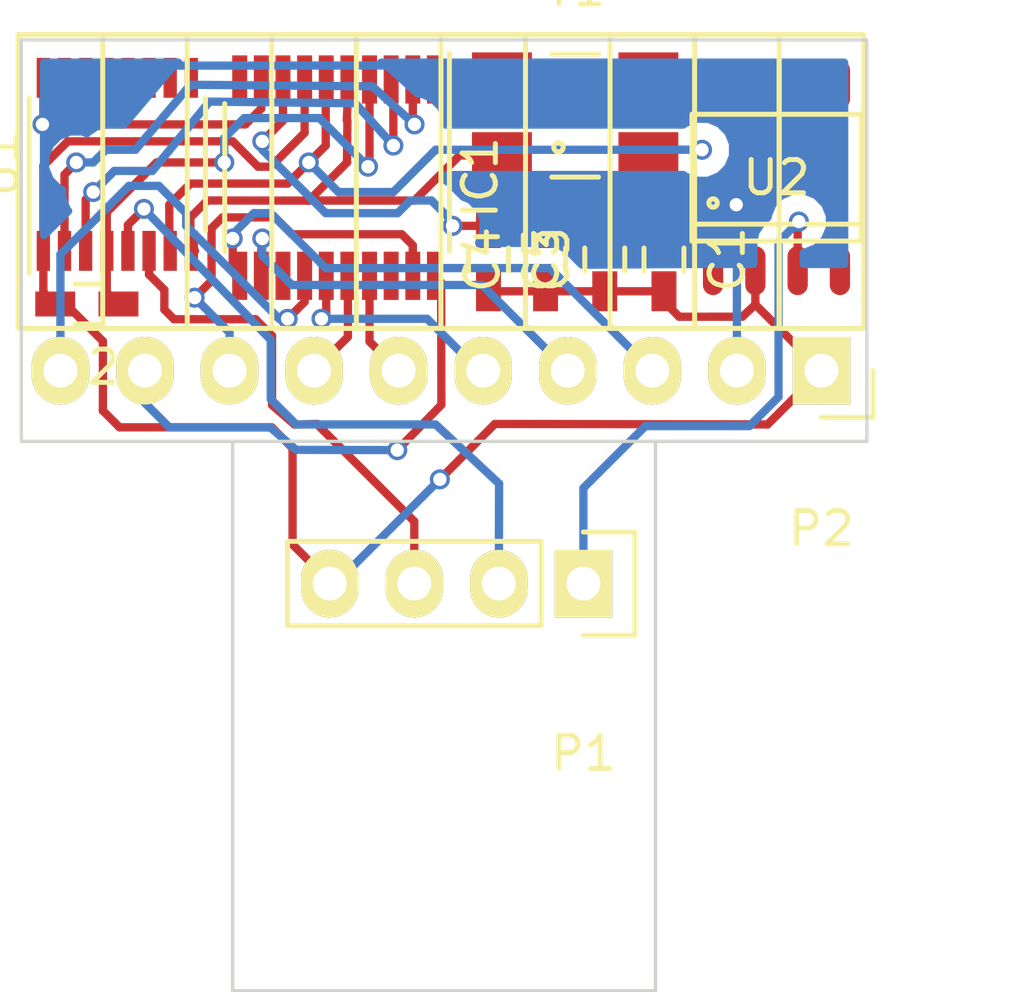
<source format=kicad_pcb>
(kicad_pcb (version 4) (host pcbnew "(2015-04-09 BZR 5589)-product")

  (general
    (links 35)
    (no_connects 0)
    (area 130.825 96.3983 162.984524 127.685001)
    (thickness 1.6)
    (drawings 7)
    (tracks 266)
    (zones 0)
    (modules 11)
    (nets 31)
  )

  (page A4)
  (layers
    (0 F.Cu signal)
    (31 B.Cu signal)
    (32 B.Adhes user)
    (33 F.Adhes user)
    (34 B.Paste user)
    (35 F.Paste user)
    (36 B.SilkS user)
    (37 F.SilkS user hide)
    (38 B.Mask user)
    (39 F.Mask user)
    (40 Dwgs.User user)
    (41 Cmts.User user)
    (42 Eco1.User user)
    (43 Eco2.User user)
    (44 Edge.Cuts user)
    (45 Margin user)
    (46 B.CrtYd user)
    (47 F.CrtYd user)
    (48 B.Fab user)
    (49 F.Fab user)
  )

  (setup
    (last_trace_width 0.25)
    (trace_clearance 0.2)
    (zone_clearance 0.508)
    (zone_45_only no)
    (trace_min 0.2)
    (segment_width 0.2)
    (edge_width 0.1)
    (via_size 0.6)
    (via_drill 0.4)
    (via_min_size 0.4)
    (via_min_drill 0.3)
    (uvia_size 0.3)
    (uvia_drill 0.1)
    (uvias_allowed no)
    (uvia_min_size 0.2)
    (uvia_min_drill 0.1)
    (pcb_text_width 0.3)
    (pcb_text_size 1.5 1.5)
    (mod_edge_width 0.15)
    (mod_text_size 1 1)
    (mod_text_width 0.15)
    (pad_size 1.5 1.5)
    (pad_drill 0.6)
    (pad_to_mask_clearance 0)
    (aux_axis_origin 0 0)
    (visible_elements FFFFEF1F)
    (pcbplotparams
      (layerselection 0x00030_80000001)
      (usegerberextensions false)
      (excludeedgelayer true)
      (linewidth 0.100000)
      (plotframeref false)
      (viasonmask false)
      (mode 1)
      (useauxorigin false)
      (hpglpennumber 1)
      (hpglpenspeed 20)
      (hpglpendiameter 15)
      (hpglpenoverlay 2)
      (psnegative false)
      (psa4output false)
      (plotreference true)
      (plotvalue true)
      (plotinvisibletext false)
      (padsonsilk false)
      (subtractmaskfromsilk false)
      (outputformat 5)
      (mirror false)
      (drillshape 0)
      (scaleselection 1)
      (outputdirectory plot/))
  )

  (net 0 "")
  (net 1 GND)
  (net 2 "Net-(C2-Pad1)")
  (net 3 "Net-(C3-Pad1)")
  (net 4 XO)
  (net 5 XI)
  (net 6 "Net-(IC1-Pad1)")
  (net 7 USB_TX)
  (net 8 USB_RX)
  (net 9 VCC)
  (net 10 "Net-(IC1-Pad10)")
  (net 11 SDA)
  (net 12 SCL)
  (net 13 "Net-(IC1-Pad13)")
  (net 14 SCK)
  (net 15 MOSI)
  (net 16 MISO)
  (net 17 G3)
  (net 18 TXD)
  (net 19 RXD)
  (net 20 D+)
  (net 21 D-)
  (net 22 "Net-(U1-Pad9)")
  (net 23 "Net-(U1-Pad10)")
  (net 24 "Net-(U1-Pad11)")
  (net 25 "Net-(U1-Pad12)")
  (net 26 "Net-(U1-Pad13)")
  (net 27 "Net-(U1-Pad14)")
  (net 28 "Net-(U1-Pad15)")
  (net 29 +5V)
  (net 30 "Net-(IC1-Pad18)")

  (net_class Default "This is the default net class."
    (clearance 0.2)
    (trace_width 0.25)
    (via_dia 0.6)
    (via_drill 0.4)
    (uvia_dia 0.3)
    (uvia_drill 0.1)
    (add_net +5V)
    (add_net D+)
    (add_net D-)
    (add_net G3)
    (add_net GND)
    (add_net MISO)
    (add_net MOSI)
    (add_net "Net-(C2-Pad1)")
    (add_net "Net-(C3-Pad1)")
    (add_net "Net-(IC1-Pad1)")
    (add_net "Net-(IC1-Pad10)")
    (add_net "Net-(IC1-Pad13)")
    (add_net "Net-(IC1-Pad18)")
    (add_net "Net-(U1-Pad10)")
    (add_net "Net-(U1-Pad11)")
    (add_net "Net-(U1-Pad12)")
    (add_net "Net-(U1-Pad13)")
    (add_net "Net-(U1-Pad14)")
    (add_net "Net-(U1-Pad15)")
    (add_net "Net-(U1-Pad9)")
    (add_net RXD)
    (add_net SCK)
    (add_net SCL)
    (add_net SDA)
    (add_net TXD)
    (add_net USB_RX)
    (add_net USB_TX)
    (add_net VCC)
    (add_net XI)
    (add_net XO)
  )

  (module Housings_SSOP:TSSOP-20_4.4x6.5mm_Pitch0.65mm (layer F.Cu) (tedit 54130A77) (tstamp 557FC695)
    (at 142.2 103.2 270)
    (descr "20-Lead Plastic Thin Shrink Small Outline (ST)-4.4 mm Body [TSSOP] (see Microchip Packaging Specification 00000049BS.pdf)")
    (tags "SSOP 0.65")
    (path /557FA4E7)
    (attr smd)
    (fp_text reference IC1 (at 0 -4.3 270) (layer F.SilkS)
      (effects (font (size 1 1) (thickness 0.15)))
    )
    (fp_text value STM8S003F3P (at 0 4.3 270) (layer F.Fab)
      (effects (font (size 1 1) (thickness 0.15)))
    )
    (fp_line (start -3.95 -3.55) (end -3.95 3.55) (layer F.CrtYd) (width 0.05))
    (fp_line (start 3.95 -3.55) (end 3.95 3.55) (layer F.CrtYd) (width 0.05))
    (fp_line (start -3.95 -3.55) (end 3.95 -3.55) (layer F.CrtYd) (width 0.05))
    (fp_line (start -3.95 3.55) (end 3.95 3.55) (layer F.CrtYd) (width 0.05))
    (fp_line (start -2.225 3.375) (end 2.225 3.375) (layer F.SilkS) (width 0.15))
    (fp_line (start -3.75 -3.375) (end 2.225 -3.375) (layer F.SilkS) (width 0.15))
    (pad 1 smd rect (at -2.95 -2.925 270) (size 1.45 0.45) (layers F.Cu F.Paste F.Mask)
      (net 6 "Net-(IC1-Pad1)"))
    (pad 2 smd rect (at -2.95 -2.275 270) (size 1.45 0.45) (layers F.Cu F.Paste F.Mask)
      (net 7 USB_TX))
    (pad 3 smd rect (at -2.95 -1.625 270) (size 1.45 0.45) (layers F.Cu F.Paste F.Mask)
      (net 8 USB_RX))
    (pad 4 smd rect (at -2.95 -0.975 270) (size 1.45 0.45) (layers F.Cu F.Paste F.Mask)
      (net 2 "Net-(C2-Pad1)"))
    (pad 5 smd rect (at -2.95 -0.325 270) (size 1.45 0.45) (layers F.Cu F.Paste F.Mask)
      (net 4 XO))
    (pad 6 smd rect (at -2.95 0.325 270) (size 1.45 0.45) (layers F.Cu F.Paste F.Mask)
      (net 5 XI))
    (pad 7 smd rect (at -2.95 0.975 270) (size 1.45 0.45) (layers F.Cu F.Paste F.Mask)
      (net 1 GND))
    (pad 8 smd rect (at -2.95 1.625 270) (size 1.45 0.45) (layers F.Cu F.Paste F.Mask)
      (net 3 "Net-(C3-Pad1)"))
    (pad 9 smd rect (at -2.95 2.275 270) (size 1.45 0.45) (layers F.Cu F.Paste F.Mask)
      (net 9 VCC))
    (pad 10 smd rect (at -2.95 2.925 270) (size 1.45 0.45) (layers F.Cu F.Paste F.Mask)
      (net 10 "Net-(IC1-Pad10)"))
    (pad 11 smd rect (at 2.95 2.925 270) (size 1.45 0.45) (layers F.Cu F.Paste F.Mask)
      (net 11 SDA))
    (pad 12 smd rect (at 2.95 2.275 270) (size 1.45 0.45) (layers F.Cu F.Paste F.Mask)
      (net 12 SCL))
    (pad 13 smd rect (at 2.95 1.625 270) (size 1.45 0.45) (layers F.Cu F.Paste F.Mask)
      (net 13 "Net-(IC1-Pad13)"))
    (pad 14 smd rect (at 2.95 0.975 270) (size 1.45 0.45) (layers F.Cu F.Paste F.Mask)
      (net 17 G3))
    (pad 15 smd rect (at 2.95 0.325 270) (size 1.45 0.45) (layers F.Cu F.Paste F.Mask)
      (net 14 SCK))
    (pad 16 smd rect (at 2.95 -0.325 270) (size 1.45 0.45) (layers F.Cu F.Paste F.Mask)
      (net 15 MOSI))
    (pad 17 smd rect (at 2.95 -0.975 270) (size 1.45 0.45) (layers F.Cu F.Paste F.Mask)
      (net 16 MISO))
    (pad 18 smd rect (at 2.95 -1.625 270) (size 1.45 0.45) (layers F.Cu F.Paste F.Mask)
      (net 30 "Net-(IC1-Pad18)"))
    (pad 19 smd rect (at 2.95 -2.275 270) (size 1.45 0.45) (layers F.Cu F.Paste F.Mask)
      (net 18 TXD))
    (pad 20 smd rect (at 2.95 -2.925 270) (size 1.45 0.45) (layers F.Cu F.Paste F.Mask)
      (net 19 RXD))
    (model Housings_SSOP.3dshapes/TSSOP-20_4.4x6.5mm_Pitch0.65mm.wrl
      (at (xyz 0 0 0))
      (scale (xyz 1 1 1))
      (rotate (xyz 0 0 0))
    )
  )

  (module Housings_SSOP:SSOP-16_3.9x4.9mm_Pitch0.635mm (layer F.Cu) (tedit 54130A77) (tstamp 557FC6A9)
    (at 135.6 102.8 90)
    (descr "SSOP16: plastic shrink small outline package; 16 leads; body width 3.9 mm; lead pitch 0.635; (see NXP SSOP-TSSOP-VSO-REFLOW.pdf and sot519-1_po.pdf)")
    (tags "SSOP 0.635")
    (path /557FBDB4)
    (attr smd)
    (fp_text reference U1 (at 0 -3.5 90) (layer F.SilkS)
      (effects (font (size 1 1) (thickness 0.15)))
    )
    (fp_text value CH340G (at 0 3.5 90) (layer F.Fab)
      (effects (font (size 1 1) (thickness 0.15)))
    )
    (fp_line (start -3.45 -2.75) (end -3.45 2.75) (layer F.CrtYd) (width 0.05))
    (fp_line (start 3.45 -2.75) (end 3.45 2.75) (layer F.CrtYd) (width 0.05))
    (fp_line (start -3.45 -2.75) (end 3.45 -2.75) (layer F.CrtYd) (width 0.05))
    (fp_line (start -3.45 2.75) (end 3.45 2.75) (layer F.CrtYd) (width 0.05))
    (fp_line (start -2 2.6475) (end 2 2.6475) (layer F.SilkS) (width 0.15))
    (fp_line (start -3.275 -2.6475) (end 2 -2.6475) (layer F.SilkS) (width 0.15))
    (pad 1 smd rect (at -2.6 -2.2225 90) (size 1.2 0.4) (layers F.Cu F.Paste F.Mask)
      (net 1 GND))
    (pad 2 smd rect (at -2.6 -1.5875 90) (size 1.2 0.4) (layers F.Cu F.Paste F.Mask)
      (net 7 USB_TX))
    (pad 3 smd rect (at -2.6 -0.9525 90) (size 1.2 0.4) (layers F.Cu F.Paste F.Mask)
      (net 8 USB_RX))
    (pad 4 smd rect (at -2.6 -0.3175 90) (size 1.2 0.4) (layers F.Cu F.Paste F.Mask)
      (net 2 "Net-(C2-Pad1)"))
    (pad 5 smd rect (at -2.6 0.3175 90) (size 1.2 0.4) (layers F.Cu F.Paste F.Mask)
      (net 20 D+))
    (pad 6 smd rect (at -2.6 0.9525 90) (size 1.2 0.4) (layers F.Cu F.Paste F.Mask)
      (net 21 D-))
    (pad 7 smd rect (at -2.6 1.5875 90) (size 1.2 0.4) (layers F.Cu F.Paste F.Mask)
      (net 5 XI))
    (pad 8 smd rect (at -2.6 2.2225 90) (size 1.2 0.4) (layers F.Cu F.Paste F.Mask)
      (net 4 XO))
    (pad 9 smd rect (at 2.6 2.2225 90) (size 1.2 0.4) (layers F.Cu F.Paste F.Mask)
      (net 22 "Net-(U1-Pad9)"))
    (pad 10 smd rect (at 2.6 1.5875 90) (size 1.2 0.4) (layers F.Cu F.Paste F.Mask)
      (net 23 "Net-(U1-Pad10)"))
    (pad 11 smd rect (at 2.6 0.9525 90) (size 1.2 0.4) (layers F.Cu F.Paste F.Mask)
      (net 24 "Net-(U1-Pad11)"))
    (pad 12 smd rect (at 2.6 0.3175 90) (size 1.2 0.4) (layers F.Cu F.Paste F.Mask)
      (net 25 "Net-(U1-Pad12)"))
    (pad 13 smd rect (at 2.6 -0.3175 90) (size 1.2 0.4) (layers F.Cu F.Paste F.Mask)
      (net 26 "Net-(U1-Pad13)"))
    (pad 14 smd rect (at 2.6 -0.9525 90) (size 1.2 0.4) (layers F.Cu F.Paste F.Mask)
      (net 27 "Net-(U1-Pad14)"))
    (pad 15 smd rect (at 2.6 -1.5875 90) (size 1.2 0.4) (layers F.Cu F.Paste F.Mask)
      (net 28 "Net-(U1-Pad15)"))
    (pad 16 smd rect (at 2.6 -2.2225 90) (size 1.2 0.4) (layers F.Cu F.Paste F.Mask)
      (net 9 VCC))
    (model Housings_SSOP.3dshapes/SSOP-16_3.9x4.9mm_Pitch0.635mm.wrl
      (at (xyz 0 0 0))
      (scale (xyz 1 1 1))
      (rotate (xyz 0 0 0))
    )
  )

  (module Crystals:Crystal_SMD_0603_4Pads (layer F.Cu) (tedit 0) (tstamp 557FC6B1)
    (at 149.352 101.3333)
    (descr "Crystal, Quarz, SMD, 0603, 4 Pads,")
    (tags "Crystal, Quarz, SMD, 0603, 4 Pads,")
    (path /557FB4E7)
    (attr smd)
    (fp_text reference Y1 (at 0 -3.81) (layer F.SilkS)
      (effects (font (size 1 1) (thickness 0.15)))
    )
    (fp_text value Crystal (at 0 3.81) (layer F.Fab)
      (effects (font (size 1 1) (thickness 0.15)))
    )
    (fp_circle (center 0 0) (end 0.50038 0) (layer F.Adhes) (width 0.381))
    (fp_circle (center 0 0) (end 0.14986 0) (layer F.Adhes) (width 0.381))
    (fp_circle (center -0.50038 0.94996) (end -0.39878 1.04902) (layer F.SilkS) (width 0.15))
    (fp_line (start 0.70104 1.84912) (end -0.70104 1.84912) (layer F.SilkS) (width 0.15))
    (fp_line (start -0.70104 -1.84912) (end 0.70104 -1.84912) (layer F.SilkS) (width 0.15))
    (pad 1 smd rect (at -2.19964 1.19888) (size 1.80086 1.39954) (layers F.Cu F.Paste F.Mask)
      (net 4 XO))
    (pad 2 smd rect (at 2.19964 1.19888) (size 1.80086 1.39954) (layers F.Cu F.Paste F.Mask)
      (net 5 XI))
    (pad 3 smd rect (at 2.19964 -1.19888) (size 1.80086 1.39954) (layers F.Cu F.Paste F.Mask))
    (pad 4 smd rect (at -2.19964 -1.19888) (size 1.80086 1.39954) (layers F.Cu F.Paste F.Mask))
  )

  (module Power_Integrations:SO-8 (layer F.Cu) (tedit 0) (tstamp 557FC761)
    (at 155.4 103.2)
    (descr "SO-8 Surface Mount Small Outline 150mil 8pin Package")
    (tags "Power Integrations D Package")
    (path /557FCB91)
    (fp_text reference U2 (at 0 0) (layer F.SilkS)
      (effects (font (size 1 1) (thickness 0.15)))
    )
    (fp_text value LM2931AZ-3.3/5.0 (at 0 0) (layer F.Fab)
      (effects (font (size 1 1) (thickness 0.15)))
    )
    (fp_circle (center -1.905 0.762) (end -1.778 0.762) (layer F.SilkS) (width 0.15))
    (fp_line (start -2.54 1.397) (end 2.54 1.397) (layer F.SilkS) (width 0.15))
    (fp_line (start -2.54 -1.905) (end 2.54 -1.905) (layer F.SilkS) (width 0.15))
    (fp_line (start -2.54 1.905) (end 2.54 1.905) (layer F.SilkS) (width 0.15))
    (fp_line (start -2.54 1.905) (end -2.54 -1.905) (layer F.SilkS) (width 0.15))
    (fp_line (start 2.54 1.905) (end 2.54 -1.905) (layer F.SilkS) (width 0.15))
    (pad 1 smd oval (at -1.905 2.794) (size 0.6096 1.4732) (layers F.Cu F.Paste F.Mask)
      (net 9 VCC))
    (pad 2 smd oval (at -0.635 2.794) (size 0.6096 1.4732) (layers F.Cu F.Paste F.Mask)
      (net 1 GND))
    (pad 3 smd oval (at 0.635 2.794) (size 0.6096 1.4732) (layers F.Cu F.Paste F.Mask)
      (net 29 +5V))
    (pad 4 smd oval (at 1.905 2.794) (size 0.6096 1.4732) (layers F.Cu F.Paste F.Mask))
    (pad 5 smd oval (at 1.905 -2.794) (size 0.6096 1.4732) (layers F.Cu F.Paste F.Mask))
    (pad 6 smd oval (at 0.635 -2.794) (size 0.6096 1.4732) (layers F.Cu F.Paste F.Mask))
    (pad 7 smd oval (at -0.635 -2.794) (size 0.6096 1.4732) (layers F.Cu F.Paste F.Mask))
    (pad 8 smd oval (at -1.905 -2.794) (size 0.6096 1.4732) (layers F.Cu F.Paste F.Mask))
  )

  (module Socket_Strips:Socket_Strip_Straight_1x04 (layer F.Cu) (tedit 0) (tstamp 557FCB72)
    (at 149.6 115.4 180)
    (descr "Through hole socket strip")
    (tags "socket strip")
    (path /557FD28F)
    (fp_text reference P1 (at 0 -5.1 180) (layer F.SilkS)
      (effects (font (size 1 1) (thickness 0.15)))
    )
    (fp_text value CONN_01X04 (at 0 -3.1 180) (layer F.Fab)
      (effects (font (size 1 1) (thickness 0.15)))
    )
    (fp_line (start -1.75 -1.75) (end -1.75 1.75) (layer F.CrtYd) (width 0.05))
    (fp_line (start 9.4 -1.75) (end 9.4 1.75) (layer F.CrtYd) (width 0.05))
    (fp_line (start -1.75 -1.75) (end 9.4 -1.75) (layer F.CrtYd) (width 0.05))
    (fp_line (start -1.75 1.75) (end 9.4 1.75) (layer F.CrtYd) (width 0.05))
    (fp_line (start 1.27 -1.27) (end 8.89 -1.27) (layer F.SilkS) (width 0.15))
    (fp_line (start 1.27 1.27) (end 8.89 1.27) (layer F.SilkS) (width 0.15))
    (fp_line (start -1.55 1.55) (end 0 1.55) (layer F.SilkS) (width 0.15))
    (fp_line (start 8.89 -1.27) (end 8.89 1.27) (layer F.SilkS) (width 0.15))
    (fp_line (start 1.27 1.27) (end 1.27 -1.27) (layer F.SilkS) (width 0.15))
    (fp_line (start 0 -1.55) (end -1.55 -1.55) (layer F.SilkS) (width 0.15))
    (fp_line (start -1.55 -1.55) (end -1.55 1.55) (layer F.SilkS) (width 0.15))
    (pad 1 thru_hole rect (at 0 0 180) (size 1.7272 2.032) (drill 1.016) (layers *.Cu *.Mask F.SilkS)
      (net 29 +5V))
    (pad 2 thru_hole oval (at 2.54 0 180) (size 1.7272 2.032) (drill 1.016) (layers *.Cu *.Mask F.SilkS)
      (net 20 D+))
    (pad 3 thru_hole oval (at 5.08 0 180) (size 1.7272 2.032) (drill 1.016) (layers *.Cu *.Mask F.SilkS)
      (net 21 D-))
    (pad 4 thru_hole oval (at 7.62 0 180) (size 1.7272 2.032) (drill 1.016) (layers *.Cu *.Mask F.SilkS)
      (net 1 GND))
    (model Socket_Strips.3dshapes/Socket_Strip_Straight_1x04.wrl
      (at (xyz 0.15 0 0))
      (scale (xyz 1 1 1))
      (rotate (xyz 0 0 180))
    )
  )

  (module Socket_Strips:Socket_Strip_Angled_1x10 (layer F.Cu) (tedit 0) (tstamp 557FCB79)
    (at 156.75 109 180)
    (descr "Through hole socket strip")
    (tags "socket strip")
    (path /557FD61A)
    (fp_text reference P2 (at 0 -4.75 180) (layer F.SilkS)
      (effects (font (size 1 1) (thickness 0.15)))
    )
    (fp_text value CONN_01X10 (at 0 -2.75 180) (layer F.Fab)
      (effects (font (size 1 1) (thickness 0.15)))
    )
    (fp_line (start -1.75 -1.5) (end -1.75 10.6) (layer F.CrtYd) (width 0.05))
    (fp_line (start 24.65 -1.5) (end 24.65 10.6) (layer F.CrtYd) (width 0.05))
    (fp_line (start -1.75 -1.5) (end 24.65 -1.5) (layer F.CrtYd) (width 0.05))
    (fp_line (start -1.75 10.6) (end 24.65 10.6) (layer F.CrtYd) (width 0.05))
    (fp_line (start 16.51 10.1) (end 16.51 1.27) (layer F.SilkS) (width 0.15))
    (fp_line (start 13.97 10.1) (end 16.51 10.1) (layer F.SilkS) (width 0.15))
    (fp_line (start 13.97 1.27) (end 16.51 1.27) (layer F.SilkS) (width 0.15))
    (fp_line (start 16.51 1.27) (end 19.05 1.27) (layer F.SilkS) (width 0.15))
    (fp_line (start 16.51 10.1) (end 19.05 10.1) (layer F.SilkS) (width 0.15))
    (fp_line (start 19.05 10.1) (end 19.05 1.27) (layer F.SilkS) (width 0.15))
    (fp_line (start 21.59 10.1) (end 21.59 1.27) (layer F.SilkS) (width 0.15))
    (fp_line (start 19.05 10.1) (end 21.59 10.1) (layer F.SilkS) (width 0.15))
    (fp_line (start 19.05 1.27) (end 21.59 1.27) (layer F.SilkS) (width 0.15))
    (fp_line (start 21.59 1.27) (end 24.13 1.27) (layer F.SilkS) (width 0.15))
    (fp_line (start 21.59 10.1) (end 24.13 10.1) (layer F.SilkS) (width 0.15))
    (fp_line (start 24.13 10.1) (end 24.13 1.27) (layer F.SilkS) (width 0.15))
    (fp_line (start 13.97 10.1) (end 13.97 1.27) (layer F.SilkS) (width 0.15))
    (fp_line (start 11.43 10.1) (end 13.97 10.1) (layer F.SilkS) (width 0.15))
    (fp_line (start 11.43 1.27) (end 13.97 1.27) (layer F.SilkS) (width 0.15))
    (fp_line (start 8.89 1.27) (end 11.43 1.27) (layer F.SilkS) (width 0.15))
    (fp_line (start 8.89 10.1) (end 11.43 10.1) (layer F.SilkS) (width 0.15))
    (fp_line (start 11.43 10.1) (end 11.43 1.27) (layer F.SilkS) (width 0.15))
    (fp_line (start 8.89 10.1) (end 8.89 1.27) (layer F.SilkS) (width 0.15))
    (fp_line (start 6.35 10.1) (end 8.89 10.1) (layer F.SilkS) (width 0.15))
    (fp_line (start 6.35 1.27) (end 8.89 1.27) (layer F.SilkS) (width 0.15))
    (fp_line (start 3.81 1.27) (end 6.35 1.27) (layer F.SilkS) (width 0.15))
    (fp_line (start 3.81 10.1) (end 6.35 10.1) (layer F.SilkS) (width 0.15))
    (fp_line (start 6.35 10.1) (end 6.35 1.27) (layer F.SilkS) (width 0.15))
    (fp_line (start 3.81 10.1) (end 3.81 1.27) (layer F.SilkS) (width 0.15))
    (fp_line (start 1.27 10.1) (end 3.81 10.1) (layer F.SilkS) (width 0.15))
    (fp_line (start 1.27 1.27) (end 1.27 10.1) (layer F.SilkS) (width 0.15))
    (fp_line (start 1.27 1.27) (end 3.81 1.27) (layer F.SilkS) (width 0.15))
    (fp_line (start -1.27 1.27) (end 1.27 1.27) (layer F.SilkS) (width 0.15))
    (fp_line (start 0 -1.4) (end -1.55 -1.4) (layer F.SilkS) (width 0.15))
    (fp_line (start -1.55 -1.4) (end -1.55 0) (layer F.SilkS) (width 0.15))
    (fp_line (start -1.27 1.27) (end -1.27 10.1) (layer F.SilkS) (width 0.15))
    (fp_line (start -1.27 10.1) (end 1.27 10.1) (layer F.SilkS) (width 0.15))
    (fp_line (start 1.27 10.1) (end 1.27 1.27) (layer F.SilkS) (width 0.15))
    (pad 1 thru_hole rect (at 0 0 180) (size 1.7272 2.032) (drill 1.016) (layers *.Cu *.Mask F.SilkS)
      (net 1 GND))
    (pad 2 thru_hole oval (at 2.54 0 180) (size 1.7272 2.032) (drill 1.016) (layers *.Cu *.Mask F.SilkS)
      (net 9 VCC))
    (pad 3 thru_hole oval (at 5.08 0 180) (size 1.7272 2.032) (drill 1.016) (layers *.Cu *.Mask F.SilkS)
      (net 11 SDA))
    (pad 4 thru_hole oval (at 7.62 0 180) (size 1.7272 2.032) (drill 1.016) (layers *.Cu *.Mask F.SilkS)
      (net 12 SCL))
    (pad 5 thru_hole oval (at 10.16 0 180) (size 1.7272 2.032) (drill 1.016) (layers *.Cu *.Mask F.SilkS)
      (net 14 SCK))
    (pad 6 thru_hole oval (at 12.7 0 180) (size 1.7272 2.032) (drill 1.016) (layers *.Cu *.Mask F.SilkS)
      (net 16 MISO))
    (pad 7 thru_hole oval (at 15.24 0 180) (size 1.7272 2.032) (drill 1.016) (layers *.Cu *.Mask F.SilkS)
      (net 15 MOSI))
    (pad 8 thru_hole oval (at 17.78 0 180) (size 1.7272 2.032) (drill 1.016) (layers *.Cu *.Mask F.SilkS)
      (net 18 TXD))
    (pad 9 thru_hole oval (at 20.32 0 180) (size 1.7272 2.032) (drill 1.016) (layers *.Cu *.Mask F.SilkS)
      (net 19 RXD))
    (pad 10 thru_hole oval (at 22.86 0 180) (size 1.7272 2.032) (drill 1.016) (layers *.Cu *.Mask F.SilkS)
      (net 17 G3))
    (model Socket_Strips.3dshapes/Socket_Strip_Angled_1x10.wrl
      (at (xyz 0.45 0 0))
      (scale (xyz 1 1 1))
      (rotate (xyz 0 0 180))
    )
  )

  (module Capacitors_SMD:C_0603_HandSoldering (layer F.Cu) (tedit 541A9B4D) (tstamp 557FCD00)
    (at 152.019 105.664 270)
    (descr "Capacitor SMD 0603, hand soldering")
    (tags "capacitor 0603")
    (path /558B5C2A)
    (attr smd)
    (fp_text reference C1 (at 0 -1.9 270) (layer F.SilkS)
      (effects (font (size 1 1) (thickness 0.15)))
    )
    (fp_text value C (at 0 1.9 270) (layer F.Fab)
      (effects (font (size 1 1) (thickness 0.15)))
    )
    (fp_line (start -1.85 -0.75) (end 1.85 -0.75) (layer F.CrtYd) (width 0.05))
    (fp_line (start -1.85 0.75) (end 1.85 0.75) (layer F.CrtYd) (width 0.05))
    (fp_line (start -1.85 -0.75) (end -1.85 0.75) (layer F.CrtYd) (width 0.05))
    (fp_line (start 1.85 -0.75) (end 1.85 0.75) (layer F.CrtYd) (width 0.05))
    (fp_line (start -0.35 -0.6) (end 0.35 -0.6) (layer F.SilkS) (width 0.15))
    (fp_line (start 0.35 0.6) (end -0.35 0.6) (layer F.SilkS) (width 0.15))
    (pad 1 smd rect (at -0.95 0 270) (size 1.2 0.75) (layers F.Cu F.Paste F.Mask)
      (net 9 VCC))
    (pad 2 smd rect (at 0.95 0 270) (size 1.2 0.75) (layers F.Cu F.Paste F.Mask)
      (net 1 GND))
    (model Capacitors_SMD.3dshapes/C_0603_HandSoldering.wrl
      (at (xyz 0 0 0))
      (scale (xyz 1 1 1))
      (rotate (xyz 0 0 0))
    )
  )

  (module Capacitors_SMD:C_0603_HandSoldering (layer F.Cu) (tedit 541A9B4D) (tstamp 557FCD05)
    (at 134.6835 106.9975 180)
    (descr "Capacitor SMD 0603, hand soldering")
    (tags "capacitor 0603")
    (path /557FB37B)
    (attr smd)
    (fp_text reference C2 (at 0 -1.9 180) (layer F.SilkS)
      (effects (font (size 1 1) (thickness 0.15)))
    )
    (fp_text value C (at 0 1.9 180) (layer F.Fab)
      (effects (font (size 1 1) (thickness 0.15)))
    )
    (fp_line (start -1.85 -0.75) (end 1.85 -0.75) (layer F.CrtYd) (width 0.05))
    (fp_line (start -1.85 0.75) (end 1.85 0.75) (layer F.CrtYd) (width 0.05))
    (fp_line (start -1.85 -0.75) (end -1.85 0.75) (layer F.CrtYd) (width 0.05))
    (fp_line (start 1.85 -0.75) (end 1.85 0.75) (layer F.CrtYd) (width 0.05))
    (fp_line (start -0.35 -0.6) (end 0.35 -0.6) (layer F.SilkS) (width 0.15))
    (fp_line (start 0.35 0.6) (end -0.35 0.6) (layer F.SilkS) (width 0.15))
    (pad 1 smd rect (at -0.95 0 180) (size 1.2 0.75) (layers F.Cu F.Paste F.Mask)
      (net 2 "Net-(C2-Pad1)"))
    (pad 2 smd rect (at 0.95 0 180) (size 1.2 0.75) (layers F.Cu F.Paste F.Mask)
      (net 1 GND))
    (model Capacitors_SMD.3dshapes/C_0603_HandSoldering.wrl
      (at (xyz 0 0 0))
      (scale (xyz 1 1 1))
      (rotate (xyz 0 0 0))
    )
  )

  (module Capacitors_SMD:C_0603_HandSoldering (layer F.Cu) (tedit 541A9B4D) (tstamp 557FCD0A)
    (at 146.7485 105.664 270)
    (descr "Capacitor SMD 0603, hand soldering")
    (tags "capacitor 0603")
    (path /557FA561)
    (attr smd)
    (fp_text reference C3 (at 0 -1.9 270) (layer F.SilkS)
      (effects (font (size 1 1) (thickness 0.15)))
    )
    (fp_text value C (at 0 1.9 270) (layer F.Fab)
      (effects (font (size 1 1) (thickness 0.15)))
    )
    (fp_line (start -1.85 -0.75) (end 1.85 -0.75) (layer F.CrtYd) (width 0.05))
    (fp_line (start -1.85 0.75) (end 1.85 0.75) (layer F.CrtYd) (width 0.05))
    (fp_line (start -1.85 -0.75) (end -1.85 0.75) (layer F.CrtYd) (width 0.05))
    (fp_line (start 1.85 -0.75) (end 1.85 0.75) (layer F.CrtYd) (width 0.05))
    (fp_line (start -0.35 -0.6) (end 0.35 -0.6) (layer F.SilkS) (width 0.15))
    (fp_line (start 0.35 0.6) (end -0.35 0.6) (layer F.SilkS) (width 0.15))
    (pad 1 smd rect (at -0.95 0 270) (size 1.2 0.75) (layers F.Cu F.Paste F.Mask)
      (net 3 "Net-(C3-Pad1)"))
    (pad 2 smd rect (at 0.95 0 270) (size 1.2 0.75) (layers F.Cu F.Paste F.Mask)
      (net 1 GND))
    (model Capacitors_SMD.3dshapes/C_0603_HandSoldering.wrl
      (at (xyz 0 0 0))
      (scale (xyz 1 1 1))
      (rotate (xyz 0 0 0))
    )
  )

  (module Capacitors_SMD:C_0603_HandSoldering (layer F.Cu) (tedit 541A9B4D) (tstamp 557FCD0F)
    (at 148.463 105.664 90)
    (descr "Capacitor SMD 0603, hand soldering")
    (tags "capacitor 0603")
    (path /557FB571)
    (attr smd)
    (fp_text reference C4 (at 0 -1.9 90) (layer F.SilkS)
      (effects (font (size 1 1) (thickness 0.15)))
    )
    (fp_text value C (at 0 1.9 90) (layer F.Fab)
      (effects (font (size 1 1) (thickness 0.15)))
    )
    (fp_line (start -1.85 -0.75) (end 1.85 -0.75) (layer F.CrtYd) (width 0.05))
    (fp_line (start -1.85 0.75) (end 1.85 0.75) (layer F.CrtYd) (width 0.05))
    (fp_line (start -1.85 -0.75) (end -1.85 0.75) (layer F.CrtYd) (width 0.05))
    (fp_line (start 1.85 -0.75) (end 1.85 0.75) (layer F.CrtYd) (width 0.05))
    (fp_line (start -0.35 -0.6) (end 0.35 -0.6) (layer F.SilkS) (width 0.15))
    (fp_line (start 0.35 0.6) (end -0.35 0.6) (layer F.SilkS) (width 0.15))
    (pad 1 smd rect (at -0.95 0 90) (size 1.2 0.75) (layers F.Cu F.Paste F.Mask)
      (net 1 GND))
    (pad 2 smd rect (at 0.95 0 90) (size 1.2 0.75) (layers F.Cu F.Paste F.Mask)
      (net 4 XO))
    (model Capacitors_SMD.3dshapes/C_0603_HandSoldering.wrl
      (at (xyz 0 0 0))
      (scale (xyz 1 1 1))
      (rotate (xyz 0 0 0))
    )
  )

  (module Capacitors_SMD:C_0603_HandSoldering (layer F.Cu) (tedit 541A9B4D) (tstamp 557FCD14)
    (at 150.241 105.664 90)
    (descr "Capacitor SMD 0603, hand soldering")
    (tags "capacitor 0603")
    (path /557FB5A3)
    (attr smd)
    (fp_text reference C5 (at 0 -1.9 90) (layer F.SilkS)
      (effects (font (size 1 1) (thickness 0.15)))
    )
    (fp_text value C (at 0 1.9 90) (layer F.Fab)
      (effects (font (size 1 1) (thickness 0.15)))
    )
    (fp_line (start -1.85 -0.75) (end 1.85 -0.75) (layer F.CrtYd) (width 0.05))
    (fp_line (start -1.85 0.75) (end 1.85 0.75) (layer F.CrtYd) (width 0.05))
    (fp_line (start -1.85 -0.75) (end -1.85 0.75) (layer F.CrtYd) (width 0.05))
    (fp_line (start 1.85 -0.75) (end 1.85 0.75) (layer F.CrtYd) (width 0.05))
    (fp_line (start -0.35 -0.6) (end 0.35 -0.6) (layer F.SilkS) (width 0.15))
    (fp_line (start 0.35 0.6) (end -0.35 0.6) (layer F.SilkS) (width 0.15))
    (pad 1 smd rect (at -0.95 0 90) (size 1.2 0.75) (layers F.Cu F.Paste F.Mask)
      (net 1 GND))
    (pad 2 smd rect (at 0.95 0 90) (size 1.2 0.75) (layers F.Cu F.Paste F.Mask)
      (net 5 XI))
    (model Capacitors_SMD.3dshapes/C_0603_HandSoldering.wrl
      (at (xyz 0 0 0))
      (scale (xyz 1 1 1))
      (rotate (xyz 0 0 0))
    )
  )

  (gr_line (start 151.765 127.635) (end 151.765 111.125) (angle 90) (layer Edge.Cuts) (width 0.1))
  (gr_line (start 139.065 127.635) (end 151.765 127.635) (angle 90) (layer Edge.Cuts) (width 0.1))
  (gr_line (start 139.065 111.125) (end 139.065 127.635) (angle 90) (layer Edge.Cuts) (width 0.1))
  (gr_line (start 132.715 111.125) (end 132.715 99.06) (angle 90) (layer Edge.Cuts) (width 0.1))
  (gr_line (start 158.115 111.125) (end 132.715 111.125) (angle 90) (layer Edge.Cuts) (width 0.1))
  (gr_line (start 158.115 99.06) (end 158.115 111.125) (angle 90) (layer Edge.Cuts) (width 0.1))
  (gr_line (start 132.715 99.06) (end 158.115 99.06) (angle 90) (layer Edge.Cuts) (width 0.1))

  (segment (start 139.954 102.87) (end 139.827 102.87) (width 0.25) (layer F.Cu) (net 1))
  (segment (start 139.827 102.87) (end 139.065 102.108) (width 0.25) (layer F.Cu) (net 1) (tstamp 558B8CD9))
  (segment (start 133.797 107.061) (end 134.112 107.061) (width 0.25) (layer F.Cu) (net 1))
  (segment (start 134.112 107.061) (end 135.1661 108.1151) (width 0.25) (layer F.Cu) (net 1) (tstamp 558B8912))
  (segment (start 135.1661 110.1598) (end 135.1661 110.20298) (width 0.25) (layer F.Cu) (net 1))
  (segment (start 135.1661 108.1151) (end 135.1661 110.1598) (width 0.25) (layer F.Cu) (net 1) (tstamp 55813C94))
  (segment (start 133.3775 106.5275) (end 133.3775 106.6415) (width 0.25) (layer F.Cu) (net 1))
  (segment (start 133.3775 106.6415) (end 133.797 107.061) (width 0.25) (layer F.Cu) (net 1) (tstamp 558B88FE))
  (segment (start 152.019 106.614) (end 152.019 106.922496) (width 0.25) (layer F.Cu) (net 1))
  (segment (start 152.019 106.922496) (end 152.47631 107.379806) (width 0.25) (layer F.Cu) (net 1) (tstamp 558B83F3))
  (segment (start 154.765 107.015) (end 154.373218 107.378676) (width 0.25) (layer F.Cu) (net 1) (tstamp 557FD0DE))
  (segment (start 154.373218 107.378676) (end 152.47631 107.379806) (width 0.25) (layer F.Cu) (net 1) (tstamp 557FD0E0))
  (segment (start 146.685 106.614) (end 148.463 106.614) (width 0.25) (layer F.Cu) (net 1) (status 10))
  (segment (start 148.463 106.614) (end 150.241 106.614) (width 0.25) (layer F.Cu) (net 1) (tstamp 558B83E6))
  (segment (start 150.241 106.614) (end 152.019 106.614) (width 0.25) (layer F.Cu) (net 1) (tstamp 558B83E7))
  (segment (start 133.797 107.061) (end 133.9965 107.061) (width 0.25) (layer F.Cu) (net 1) (status 30))
  (segment (start 141.225 101.853) (end 141.225 100.25) (width 0.25) (layer F.Cu) (net 1) (tstamp 55845801))
  (segment (start 140.208 102.87) (end 141.225 101.853) (width 0.25) (layer F.Cu) (net 1) (tstamp 558457FD))
  (segment (start 139.954 102.87) (end 140.208 102.87) (width 0.25) (layer F.Cu) (net 1) (tstamp 558B8CD7))
  (segment (start 154.765 107.015) (end 156.75 109) (width 0.25) (layer F.Cu) (net 1) (tstamp 557FCFE6) (status 20))
  (segment (start 154.765 105.994) (end 154.765 107.015) (width 0.25) (layer F.Cu) (net 1) (status 10))
  (segment (start 135.1661 110.20298) (end 135.1661 110.2106) (width 0.25) (layer F.Cu) (net 1) (tstamp 55829939))
  (segment (start 141.98 115.4) (end 141.98 115.34048) (width 0.25) (layer F.Cu) (net 1))
  (segment (start 140.86332 111.3282) (end 140.23848 110.70336) (width 0.25) (layer F.Cu) (net 1) (tstamp 55829928))
  (segment (start 140.23848 110.70336) (end 135.66648 110.70336) (width 0.25) (layer F.Cu) (net 1) (tstamp 55829930))
  (segment (start 135.66648 110.70336) (end 135.1661 110.20298) (width 0.25) (layer F.Cu) (net 1) (tstamp 55829936))
  (segment (start 141.98 115.34048) (end 140.86332 114.2238) (width 0.25) (layer F.Cu) (net 1) (tstamp 55829919))
  (segment (start 140.86332 114.2238) (end 140.86332 111.35868) (width 0.25) (layer F.Cu) (net 1) (tstamp 5582991D))
  (segment (start 140.86332 111.35868) (end 140.86332 111.3282) (width 0.25) (layer F.Cu) (net 1))
  (via (at 145.288 112.268) (size 0.6) (layers F.Cu B.Cu) (net 1))
  (segment (start 145.288 112.268) (end 146.93903 110.601419) (width 0.25) (layer F.Cu) (net 1) (tstamp 5585D3A8))
  (segment (start 146.93903 110.601419) (end 155.133 110.617) (width 0.25) (layer F.Cu) (net 1) (tstamp 55813948))
  (segment (start 155.133 110.617) (end 156.75 109) (width 0.25) (layer F.Cu) (net 1) (tstamp 55813955) (status 20))
  (segment (start 142.156 115.4) (end 145.288 112.268) (width 0.25) (layer B.Cu) (net 1) (tstamp 5585D3A1))
  (segment (start 141.98 115.4) (end 142.156 115.4) (width 0.25) (layer B.Cu) (net 1))
  (segment (start 133.9871 107.1859) (end 134.0125 107.1605) (width 0.25) (layer F.Cu) (net 1) (tstamp 558138EE) (status 30))
  (segment (start 133.985 107.188) (end 133.9871 107.1859) (width 0.25) (layer F.Cu) (net 1) (tstamp 5581078C) (status 30))
  (segment (start 139.065 102.108) (end 134.747 102.108) (width 0.25) (layer F.Cu) (net 1) (tstamp 558B8CE0))
  (segment (start 133.3775 105.4) (end 133.3775 106.5275) (width 0.25) (layer F.Cu) (net 1))
  (segment (start 133.3775 105.4) (end 133.3775 102.8425) (width 0.25) (layer F.Cu) (net 1))
  (segment (start 134.112 102.108) (end 134.747 102.108) (width 0.25) (layer F.Cu) (net 1) (tstamp 558457EA))
  (segment (start 133.3775 102.8425) (end 134.112 102.108) (width 0.25) (layer F.Cu) (net 1) (tstamp 558457E1))
  (segment (start 138.811 102.743) (end 138.811 102.009479) (width 0.25) (layer B.Cu) (net 2))
  (segment (start 143.175 102.87) (end 143.175 100.25) (width 0.25) (layer F.Cu) (net 2) (tstamp 558B8DD5) (status 800000))
  (segment (start 143.129 102.87) (end 143.175 102.87) (width 0.25) (layer F.Cu) (net 2) (tstamp 558B9152))
  (via (at 143.129 102.87) (size 0.6) (layers F.Cu B.Cu) (net 2))
  (segment (start 141.668072 101.409072) (end 143.129 102.87) (width 0.25) (layer B.Cu) (net 2) (tstamp 558B914D))
  (segment (start 139.411407 101.409072) (end 141.668072 101.409072) (width 0.25) (layer B.Cu) (net 2) (tstamp 558B914A))
  (segment (start 138.811 102.009479) (end 139.411407 101.409072) (width 0.25) (layer B.Cu) (net 2) (tstamp 558B9142))
  (segment (start 135.2825 104.2395) (end 135.2825 105.4) (width 0.25) (layer F.Cu) (net 2) (status 800000))
  (via (at 138.811 102.743) (size 0.6) (layers F.Cu B.Cu) (net 2))
  (segment (start 136.779 102.743) (end 138.811 102.743) (width 0.25) (layer F.Cu) (net 2) (tstamp 558B8DBC))
  (segment (start 135.2825 104.2395) (end 136.779 102.743) (width 0.25) (layer F.Cu) (net 2) (tstamp 558B8DBA))
  (segment (start 135.2825 106.6465) (end 135.6335 106.9975) (width 0.25) (layer F.Cu) (net 2) (tstamp 558B8B0F))
  (segment (start 143.2 100.275) (end 143.175 100.25) (width 0.25) (layer F.Cu) (net 2) (tstamp 557FD3FF) (status 30))
  (segment (start 135.2825 105.4) (end 135.2825 106.6465) (width 0.25) (layer F.Cu) (net 2))
  (segment (start 145.669 104.648) (end 145.669 104.521) (width 0.25) (layer B.Cu) (net 3))
  (via (at 145.669 104.648) (size 0.6) (layers F.Cu B.Cu) (net 3))
  (segment (start 144.018 104.267) (end 141.859 104.267) (width 0.25) (layer B.Cu) (net 3) (tstamp 558B8ED1))
  (segment (start 144.399 103.886) (end 144.018 104.267) (width 0.25) (layer B.Cu) (net 3) (tstamp 558B8ECC))
  (segment (start 145.034 103.886) (end 144.399 103.886) (width 0.25) (layer B.Cu) (net 3) (tstamp 558B8EC8))
  (segment (start 145.669 104.521) (end 145.034 103.886) (width 0.25) (layer B.Cu) (net 3) (tstamp 558B8EC4))
  (segment (start 139.954 102.108) (end 139.954 102.362) (width 0.25) (layer B.Cu) (net 3))
  (segment (start 139.954 102.362) (end 141.859 104.267) (width 0.25) (layer B.Cu) (net 3) (tstamp 558B8DED))
  (via (at 139.954 102.108) (size 0.6) (layers F.Cu B.Cu) (net 3))
  (segment (start 140.575 100.25) (end 140.575 101.487) (width 0.25) (layer F.Cu) (net 3))
  (segment (start 140.575 101.487) (end 139.954 102.108) (width 0.25) (layer F.Cu) (net 3) (tstamp 5586031D))
  (segment (start 145.669 104.648) (end 146.6825 104.648) (width 0.25) (layer F.Cu) (net 3))
  (segment (start 146.6825 104.648) (end 146.7485 104.714) (width 0.25) (layer F.Cu) (net 3) (tstamp 558B8B12))
  (segment (start 140.589 100.264) (end 140.575 100.25) (width 0.25) (layer F.Cu) (net 3) (tstamp 558602ED))
  (segment (start 145.669 104.648) (end 145.671 104.65) (width 0.25) (layer F.Cu) (net 3) (tstamp 55860447))
  (segment (start 141.353117 103.888117) (end 144.523883 103.888117) (width 0.25) (layer F.Cu) (net 4))
  (segment (start 145.87982 102.53218) (end 147.15236 102.53218) (width 0.25) (layer F.Cu) (net 4) (tstamp 558B9085) (status 800000))
  (segment (start 144.523883 103.888117) (end 145.87982 102.53218) (width 0.25) (layer F.Cu) (net 4) (tstamp 558B9079))
  (segment (start 148.463 104.714) (end 148.463 103.84282) (width 0.25) (layer F.Cu) (net 4))
  (segment (start 148.463 103.84282) (end 147.15236 102.53218) (width 0.25) (layer F.Cu) (net 4) (tstamp 558B8386))
  (segment (start 147.15236 102.53218) (end 147.15088 102.53218) (width 0.25) (layer F.Cu) (net 4) (status 30))
  (segment (start 148.463 104.714) (end 148.7435 104.714) (width 0.25) (layer F.Cu) (net 4) (status 30))
  (segment (start 147.15236 102.53218) (end 146.70278 102.53218) (width 0.25) (layer F.Cu) (net 4))
  (segment (start 142.5448 100.2698) (end 142.525 100.25) (width 0.25) (layer F.Cu) (net 4) (tstamp 558284A4) (status 30))
  (segment (start 142.494 101.473) (end 142.5448 100.2698) (width 0.25) (layer F.Cu) (net 4) (status 20))
  (segment (start 142.49823 102.743047) (end 141.353117 103.888117) (width 0.25) (layer F.Cu) (net 4) (tstamp 5585D196))
  (segment (start 141.353117 103.888117) (end 141.350994 103.89024) (width 0.25) (layer F.Cu) (net 4) (tstamp 558B9077))
  (segment (start 142.503197 102.7381) (end 142.49823 102.743047) (width 0.25) (layer F.Cu) (net 4) (tstamp 55828FA8))
  (segment (start 142.510739 101.489739) (end 142.494 101.473) (width 0.25) (layer F.Cu) (net 4) (tstamp 5585D198))
  (segment (start 142.49823 102.743047) (end 142.510739 101.489739) (width 0.25) (layer F.Cu) (net 4))
  (segment (start 137.8225 105.4) (end 137.932 105.4) (width 0.25) (layer F.Cu) (net 4))
  (segment (start 137.795 105.3725) (end 137.8225 105.4) (width 0.25) (layer F.Cu) (net 4) (tstamp 5585D171))
  (segment (start 137.795 105.3725) (end 137.795 104.394) (width 0.25) (layer F.Cu) (net 4))
  (segment (start 141.350994 103.89024) (end 138.303 103.886) (width 0.25) (layer F.Cu) (net 4) (tstamp 55828FAC))
  (segment (start 138.303 103.886) (end 137.795 104.394) (width 0.25) (layer F.Cu) (net 4) (tstamp 55828FB0))
  (via (at 141.351 102.743) (size 0.6) (layers F.Cu B.Cu) (net 5))
  (segment (start 153.162 102.362) (end 145.161 102.362) (width 0.25) (layer B.Cu) (net 5) (tstamp 558B8F24))
  (segment (start 143.891 103.632) (end 145.161 102.362) (width 0.25) (layer B.Cu) (net 5) (tstamp 558B8F19))
  (segment (start 142.24 103.632) (end 143.891 103.632) (width 0.25) (layer B.Cu) (net 5) (tstamp 558B8F14))
  (segment (start 142.24 103.632) (end 141.351 102.743) (width 0.25) (layer B.Cu) (net 5) (tstamp 558B8F13))
  (segment (start 150.241 104.714) (end 150.241 103.84282) (width 0.25) (layer F.Cu) (net 5))
  (segment (start 150.241 103.84282) (end 151.55164 102.53218) (width 0.25) (layer F.Cu) (net 5) (tstamp 558B8394))
  (segment (start 150.241 104.714) (end 150.241 104.3916) (width 0.25) (layer F.Cu) (net 5) (status 30))
  (segment (start 140.964257 103.129743) (end 140.97 103.124) (width 0.25) (layer F.Cu) (net 5) (tstamp 55823EC6))
  (segment (start 140.964257 103.134625) (end 140.964257 103.129743) (width 0.25) (layer F.Cu) (net 5))
  (segment (start 141.859 100.266) (end 141.875 100.25) (width 0.25) (layer F.Cu) (net 5) (tstamp 5585CEB6))
  (segment (start 141.859 102.235) (end 141.859 100.266) (width 0.25) (layer F.Cu) (net 5) (tstamp 5585CEB4))
  (segment (start 141.351 102.743) (end 141.859 102.235) (width 0.25) (layer F.Cu) (net 5) (tstamp 558B8F10))
  (segment (start 140.97 103.124) (end 141.351 102.743) (width 0.25) (layer F.Cu) (net 5))
  (segment (start 151.84882 102.235) (end 151.55164 102.53218) (width 0.25) (layer F.Cu) (net 5) (tstamp 5585D096))
  (segment (start 140.716 103.378) (end 140.97 103.124) (width 0.25) (layer F.Cu) (net 5) (tstamp 5585CE99))
  (segment (start 151.72182 102.362) (end 151.55164 102.53218) (width 0.25) (layer F.Cu) (net 5) (tstamp 558608F6))
  (via (at 153.162 102.362) (size 0.6) (layers F.Cu B.Cu) (net 5))
  (segment (start 151.72182 102.362) (end 153.162 102.362) (width 0.25) (layer F.Cu) (net 5))
  (segment (start 137.162517 105.375017) (end 137.1875 105.4) (width 0.25) (layer F.Cu) (net 5) (tstamp 5585D12E))
  (segment (start 137.160215 104.013) (end 137.795 103.378) (width 0.25) (layer F.Cu) (net 5) (tstamp 5585CE91))
  (segment (start 137.795 103.378) (end 140.716 103.378) (width 0.25) (layer F.Cu) (net 5) (tstamp 5585CE95))
  (segment (start 137.162517 105.375017) (end 137.160215 104.013) (width 0.25) (layer F.Cu) (net 5))
  (segment (start 134.0125 105.4) (end 134.0125 103.1092) (width 0.25) (layer F.Cu) (net 7))
  (via (at 134.366 102.743) (size 0.6) (layers F.Cu B.Cu) (net 7))
  (segment (start 134.0125 103.1092) (end 134.366 102.743) (width 0.25) (layer F.Cu) (net 7) (tstamp 5584B74D))
  (segment (start 137.796499 100.408366) (end 143.255829 100.454951) (width 0.25) (layer B.Cu) (net 7) (tstamp 5585CF6B))
  (segment (start 136.144 102.362) (end 137.796499 100.408366) (width 0.25) (layer B.Cu) (net 7) (tstamp 5585CF66))
  (segment (start 135.255 102.362) (end 136.144 102.362) (width 0.25) (layer B.Cu) (net 7) (tstamp 5585CF63))
  (segment (start 134.874 102.743) (end 135.255 102.362) (width 0.25) (layer B.Cu) (net 7) (tstamp 5585CF56))
  (segment (start 134.366 102.743) (end 134.874 102.743) (width 0.25) (layer B.Cu) (net 7))
  (segment (start 144.475 101.549) (end 144.475 100.25) (width 0.25) (layer F.Cu) (net 7) (tstamp 558B90AE) (status 800000))
  (segment (start 144.526 101.6) (end 144.475 101.549) (width 0.25) (layer F.Cu) (net 7) (tstamp 558B90AD))
  (via (at 144.526 101.6) (size 0.6) (layers F.Cu B.Cu) (net 7))
  (segment (start 143.254998 100.452042) (end 144.526 101.6) (width 0.25) (layer B.Cu) (net 7) (tstamp 558B90A7))
  (segment (start 144.526 100.301) (end 144.475 100.25) (width 0.25) (layer F.Cu) (net 7) (tstamp 55860389))
  (segment (start 143.891 102.235) (end 142.748 100.965) (width 0.25) (layer B.Cu) (net 8))
  (via (at 143.891 102.235) (size 0.6) (layers F.Cu B.Cu) (net 8))
  (segment (start 136.652 102.997) (end 138.367678 100.913676) (width 0.25) (layer B.Cu) (net 8))
  (segment (start 134.6475 103.8585) (end 134.6475 105.4) (width 0.25) (layer F.Cu) (net 8))
  (segment (start 136.652 102.997) (end 135.509 102.997) (width 0.25) (layer B.Cu) (net 8) (tstamp 55823A76))
  (via (at 134.874 103.632) (size 0.6) (layers F.Cu B.Cu) (net 8))
  (segment (start 135.509 102.997) (end 134.874 103.632) (width 0.25) (layer B.Cu) (net 8) (tstamp 55823A7E))
  (segment (start 134.6475 103.8585) (end 134.874 103.632) (width 0.25) (layer F.Cu) (net 8) (tstamp 5584B782))
  (segment (start 142.748 100.965) (end 138.367678 100.913676) (width 0.25) (layer B.Cu) (net 8) (tstamp 558B90C6))
  (segment (start 143.8885 102.2325) (end 143.891 102.235) (width 0.25) (layer F.Cu) (net 8) (tstamp 55823A06))
  (segment (start 143.891 100.316) (end 143.825 100.25) (width 0.25) (layer F.Cu) (net 8) (tstamp 5585CF2C))
  (segment (start 143.891 102.235) (end 143.891 100.316) (width 0.25) (layer F.Cu) (net 8))
  (segment (start 133.3775 101.5725) (end 133.35 101.6) (width 0.25) (layer F.Cu) (net 9) (tstamp 5585CDF5))
  (segment (start 133.3775 100.2) (end 133.3775 101.5725) (width 0.25) (layer F.Cu) (net 9))
  (segment (start 139.446 101.6) (end 133.35 101.6) (width 0.25) (layer F.Cu) (net 9) (tstamp 5585CE17))
  (segment (start 133.35 101.6) (end 135.1153 99.8347) (width 0.25) (layer B.Cu) (net 9) (tstamp 5585CE00))
  (via (at 133.35 101.6) (size 0.6) (layers F.Cu B.Cu) (net 9))
  (segment (start 135.1153 99.8347) (end 154.305485 99.822485) (width 0.25) (layer B.Cu) (net 9) (tstamp 55823AC4))
  (segment (start 155.575 101.092) (end 154.305485 99.822485) (width 0.25) (layer B.Cu) (net 9) (tstamp 55860881))
  (segment (start 152.019 104.714) (end 152.215 104.714) (width 0.25) (layer F.Cu) (net 9))
  (segment (start 152.215 104.714) (end 153.495 105.994) (width 0.25) (layer F.Cu) (net 9) (tstamp 558B83A1))
  (segment (start 154.21 105.1499) (end 154.21 109) (width 0.25) (layer B.Cu) (net 9) (tstamp 55813788) (status 20))
  (segment (start 154.21 104.0384) (end 154.21 105.1499) (width 0.25) (layer B.Cu) (net 9) (tstamp 55823E93))
  (segment (start 153.495 104.7087) (end 154.1907 104.013) (width 0.25) (layer F.Cu) (net 9) (tstamp 55823E8B))
  (via (at 154.1907 104.013) (size 0.6) (layers F.Cu B.Cu) (net 9))
  (segment (start 154.1907 104.013) (end 154.21 104.0323) (width 0.25) (layer B.Cu) (net 9) (tstamp 55823E8F))
  (segment (start 154.21 104.0323) (end 154.2227 104.0323) (width 0.25) (layer B.Cu) (net 9) (tstamp 55823E90))
  (segment (start 154.2227 104.0323) (end 154.2288 104.0384) (width 0.25) (layer B.Cu) (net 9) (tstamp 55823E91))
  (segment (start 154.2288 104.0384) (end 154.21 104.0384) (width 0.25) (layer B.Cu) (net 9) (tstamp 55823E92))
  (segment (start 153.495 105.994) (end 153.495 104.7087) (width 0.25) (layer F.Cu) (net 9))
  (segment (start 139.925 101.121) (end 139.446 101.6) (width 0.25) (layer F.Cu) (net 9) (tstamp 5585CE11))
  (segment (start 139.925 100.25) (end 139.925 101.121) (width 0.25) (layer F.Cu) (net 9))
  (segment (start 154.1907 104.0003) (end 155.575 102.616) (width 0.25) (layer B.Cu) (net 9) (tstamp 55860877))
  (segment (start 155.575 102.616) (end 155.575 101.092) (width 0.25) (layer B.Cu) (net 9) (tstamp 5586087E))
  (segment (start 154.1907 104.013) (end 154.1907 104.0003) (width 0.25) (layer B.Cu) (net 9))
  (segment (start 139.1505 106.15) (end 139.275 106.15) (width 0.25) (layer F.Cu) (net 11) (tstamp 55827B45) (status 30))
  (segment (start 139.065 105.94) (end 139.275 106.15) (width 0.25) (layer F.Cu) (net 11) (tstamp 5585D206))
  (segment (start 139.065 105.029) (end 139.065237 105.028763) (width 0.25) (layer B.Cu) (net 11) (tstamp 55828FC3))
  (via (at 139.065 105.029) (size 0.6) (layers F.Cu B.Cu) (net 11))
  (segment (start 139.065 105.94) (end 139.065 105.029) (width 0.25) (layer F.Cu) (net 11))
  (segment (start 139.065 104.902) (end 139.7 104.267) (width 0.25) (layer B.Cu) (net 11) (tstamp 558603D0))
  (segment (start 139.7 104.267) (end 140.208 104.267) (width 0.25) (layer B.Cu) (net 11) (tstamp 558603D1))
  (segment (start 140.208 104.267) (end 141.859 105.918) (width 0.25) (layer B.Cu) (net 11) (tstamp 558603D4))
  (segment (start 141.859 105.918) (end 148.588 105.918) (width 0.25) (layer B.Cu) (net 11) (tstamp 558603DB))
  (segment (start 148.588 105.918) (end 151.67 109) (width 0.25) (layer B.Cu) (net 11) (tstamp 558603DE) (status 20))
  (segment (start 139.065 105.029) (end 139.065 104.902) (width 0.25) (layer B.Cu) (net 11))
  (segment (start 149.0472 108.9172) (end 149.13 109) (width 0.25) (layer B.Cu) (net 12) (tstamp 55813B12) (status 30))
  (segment (start 139.954 105.537) (end 140.843 106.426) (width 0.25) (layer B.Cu) (net 12) (tstamp 558603B1))
  (segment (start 140.843 106.426) (end 146.556 106.426) (width 0.25) (layer B.Cu) (net 12) (tstamp 558603B6))
  (segment (start 146.556 106.426) (end 149.13 109) (width 0.25) (layer B.Cu) (net 12) (tstamp 558603BC) (status 20))
  (via (at 139.954 105.029) (size 0.6) (layers F.Cu B.Cu) (net 12))
  (segment (start 139.925 106.15) (end 139.925 105.058) (width 0.25) (layer F.Cu) (net 12))
  (segment (start 139.925 105.058) (end 139.954 105.029) (width 0.25) (layer F.Cu) (net 12) (tstamp 5585D213))
  (segment (start 139.954 105.029) (end 139.954 105.537) (width 0.25) (layer B.Cu) (net 12))
  (segment (start 141.732 107.442) (end 144.907 107.442) (width 0.25) (layer B.Cu) (net 14) (tstamp 5585FFA8))
  (segment (start 146.5453 108.9553) (end 146.59 109) (width 0.25) (layer B.Cu) (net 14) (tstamp 55813B44) (status 30))
  (segment (start 146.42592 108.83592) (end 146.59 109) (width 0.25) (layer B.Cu) (net 14) (tstamp 558296CF) (status 30))
  (segment (start 146.465 109) (end 146.59 109) (width 0.25) (layer B.Cu) (net 14) (tstamp 5585FFAC) (status 30))
  (segment (start 141.875 107.299) (end 141.732 107.442) (width 0.25) (layer F.Cu) (net 14) (tstamp 5585FFA4))
  (via (at 141.732 107.442) (size 0.6) (layers F.Cu B.Cu) (net 14))
  (segment (start 144.907 107.442) (end 146.465 109) (width 0.25) (layer B.Cu) (net 14) (tstamp 5585FFA9) (status 20))
  (segment (start 141.875 106.15) (end 141.875 107.299) (width 0.25) (layer F.Cu) (net 14))
  (segment (start 142.525 107.985) (end 141.51 109) (width 0.25) (layer F.Cu) (net 15) (tstamp 557FD12B) (status 20))
  (segment (start 142.525 106.15) (end 142.525 107.985) (width 0.25) (layer F.Cu) (net 15) (status 10))
  (segment (start 143.175 108.125) (end 144.05 109) (width 0.25) (layer F.Cu) (net 16) (tstamp 557FD128) (status 20))
  (segment (start 143.175 106.15) (end 143.175 108.125) (width 0.25) (layer F.Cu) (net 16) (status 10))
  (segment (start 134.112 109.222) (end 133.89 109) (width 0.25) (layer B.Cu) (net 17) (tstamp 55813D40) (status 30))
  (segment (start 133.89 105.505) (end 135.947998 103.447002) (width 0.25) (layer B.Cu) (net 17) (tstamp 55860031))
  (segment (start 135.947998 103.447002) (end 136.848002 103.447002) (width 0.25) (layer B.Cu) (net 17) (tstamp 55860034))
  (segment (start 136.848002 103.447002) (end 137.668 104.267) (width 0.25) (layer B.Cu) (net 17) (tstamp 55860037))
  (segment (start 137.668 104.267) (end 137.668 104.648) (width 0.25) (layer B.Cu) (net 17) (tstamp 5586003D))
  (segment (start 137.668 104.648) (end 140.462 107.442) (width 0.25) (layer B.Cu) (net 17) (tstamp 5586003F))
  (segment (start 133.89 109) (end 133.89 105.505) (width 0.25) (layer B.Cu) (net 17) (status 10))
  (segment (start 141.225 106.933) (end 140.716 107.442) (width 0.25) (layer F.Cu) (net 17) (tstamp 5586004C))
  (via (at 140.716 107.442) (size 0.6) (layers F.Cu B.Cu) (net 17))
  (segment (start 140.716 107.442) (end 140.462 107.442) (width 0.25) (layer B.Cu) (net 17) (tstamp 55860050))
  (segment (start 141.225 106.15) (end 141.225 106.933) (width 0.25) (layer F.Cu) (net 17))
  (segment (start 139.353 109) (end 138.97 109) (width 0.25) (layer B.Cu) (net 18) (tstamp 55838013) (status 30))
  (segment (start 138.97 108.998) (end 138.97 109) (width 0.25) (layer B.Cu) (net 18) (tstamp 5581304C) (status 30))
  (segment (start 138.97 109) (end 139.1707 109) (width 0.25) (layer B.Cu) (net 18) (status 30))
  (segment (start 138.97 109.66856) (end 138.97 109) (width 0.25) (layer B.Cu) (net 18) (tstamp 55828B25) (status 30))
  (segment (start 138.97 109) (end 139.3276 109) (width 0.25) (layer B.Cu) (net 18) (status 30))
  (segment (start 138.97 107.855) (end 137.922 106.807) (width 0.25) (layer B.Cu) (net 18) (tstamp 5585FFEF))
  (via (at 137.922 106.807) (size 0.6) (layers F.Cu B.Cu) (net 18))
  (segment (start 137.922 106.807) (end 138.43 106.299) (width 0.25) (layer F.Cu) (net 18) (tstamp 5585FFF5))
  (segment (start 144.475 105.232) (end 144.475 106.15) (width 0.25) (layer F.Cu) (net 18) (tstamp 55860011))
  (segment (start 138.97 109) (end 138.97 107.855) (width 0.25) (layer B.Cu) (net 18) (status 10))
  (segment (start 138.43 104.717613) (end 138.753613 104.394) (width 0.25) (layer F.Cu) (net 18) (tstamp 5585FFFC))
  (segment (start 138.753613 104.394) (end 140.335 104.394) (width 0.25) (layer F.Cu) (net 18) (tstamp 5585FFFD))
  (segment (start 140.335 104.394) (end 140.843 104.902) (width 0.25) (layer F.Cu) (net 18) (tstamp 55860008))
  (segment (start 140.843 104.902) (end 144.145 104.902) (width 0.25) (layer F.Cu) (net 18) (tstamp 5586000A))
  (segment (start 144.145 104.902) (end 144.475 105.232) (width 0.25) (layer F.Cu) (net 18) (tstamp 5586000D))
  (segment (start 138.43 106.299) (end 138.43 104.717613) (width 0.25) (layer F.Cu) (net 18) (tstamp 5585FFF6))
  (segment (start 136.6 108.83) (end 136.43 109) (width 0.25) (layer B.Cu) (net 19) (tstamp 557FD5B9) (status 30))
  (segment (start 145.3261 106.3511) (end 145.125 106.15) (width 0.25) (layer F.Cu) (net 19) (tstamp 5582882A) (status 30))
  (segment (start 136.43 109) (end 136.43 109.97336) (width 0.25) (layer B.Cu) (net 19) (status 30))
  (segment (start 145.3261 106.3511) (end 145.333464 110.027168) (width 0.25) (layer F.Cu) (net 19) (tstamp 55828825) (status 20))
  (segment (start 144.018 111.379) (end 145.333464 110.027168) (width 0.25) (layer F.Cu) (net 19) (tstamp 55828822))
  (segment (start 137.16 110.70336) (end 140.19276 110.70336) (width 0.25) (layer B.Cu) (net 19) (tstamp 5582994E))
  (segment (start 140.19276 110.70336) (end 140.970423 111.379001) (width 0.25) (layer B.Cu) (net 19) (tstamp 55829951))
  (segment (start 136.43 109.97336) (end 137.16 110.70336) (width 0.25) (layer B.Cu) (net 19) (tstamp 5582994D) (status 10))
  (segment (start 144.007892 111.389108) (end 140.970423 111.379001) (width 0.25) (layer B.Cu) (net 19) (tstamp 5582995A))
  (segment (start 144.007892 111.389108) (end 144.018 111.379) (width 0.25) (layer F.Cu) (net 19) (tstamp 558600DC))
  (via (at 144.007892 111.389108) (size 0.6) (layers F.Cu B.Cu) (net 19))
  (segment (start 147.06 115.4) (end 147.066 112.395) (width 0.25) (layer B.Cu) (net 20))
  (via (at 136.398 104.14) (size 0.6) (layers F.Cu B.Cu) (net 20))
  (segment (start 135.9175 105.4) (end 135.9175 104.6205) (width 0.25) (layer F.Cu) (net 20) (tstamp 558B89DF))
  (segment (start 135.9175 104.6205) (end 136.398 104.14) (width 0.25) (layer F.Cu) (net 20) (tstamp 558B89DE))
  (segment (start 136.398 104.14) (end 136.398 104.14) (width 0.25) (layer B.Cu) (net 20))
  (segment (start 136.398 104.14) (end 140.208 108.077) (width 0.25) (layer B.Cu) (net 20) (tstamp 5584BBFD))
  (segment (start 140.208 109.855) (end 140.208 108.077) (width 0.25) (layer B.Cu) (net 20) (tstamp 5585D63F))
  (segment (start 140.97 110.617) (end 140.208 109.855) (width 0.25) (layer B.Cu) (net 20) (tstamp 5585D63C))
  (segment (start 145.161 110.617) (end 140.97 110.617) (width 0.25) (layer B.Cu) (net 20) (tstamp 5585D637))
  (segment (start 147.066 112.395) (end 145.161 110.617) (width 0.25) (layer B.Cu) (net 20) (tstamp 5585D636))
  (segment (start 141.604654 110.602187) (end 141.6178 110.60188) (width 0.25) (layer F.Cu) (net 21) (tstamp 558601A6))
  (segment (start 140.97 110.617) (end 141.604654 110.602187) (width 0.25) (layer F.Cu) (net 21))
  (segment (start 140.2461 110.0328) (end 140.9192 110.617) (width 0.25) (layer F.Cu) (net 21) (tstamp 558288CD))
  (segment (start 140.2461 107.95) (end 140.2461 110.0328) (width 0.25) (layer F.Cu) (net 21) (tstamp 558288C9))
  (segment (start 140.97 110.617) (end 140.9192 110.617) (width 0.25) (layer F.Cu) (net 21) (tstamp 558287DD))
  (segment (start 141.604654 110.616654) (end 144.52 113.532) (width 0.25) (layer F.Cu) (net 21) (tstamp 558601A8))
  (segment (start 144.52 113.532) (end 144.52 115.4) (width 0.25) (layer F.Cu) (net 21) (tstamp 558601AC))
  (segment (start 141.604654 110.602187) (end 141.604654 110.616654) (width 0.25) (layer F.Cu) (net 21))
  (segment (start 136.5525 106.11314) (end 137.01268 106.57332) (width 0.25) (layer F.Cu) (net 21) (tstamp 5582915C))
  (segment (start 136.5525 105.4) (end 136.5525 106.1106) (width 0.25) (layer F.Cu) (net 21) (tstamp 558287E6))
  (segment (start 136.5525 106.1106) (end 136.5525 106.11314) (width 0.25) (layer F.Cu) (net 21))
  (segment (start 137.89406 107.4547) (end 139.7508 107.4547) (width 0.25) (layer F.Cu) (net 21) (tstamp 5582915D))
  (segment (start 139.7508 107.4547) (end 140.2461 107.95) (width 0.25) (layer F.Cu) (net 21) (tstamp 558288C7))
  (segment (start 137.01268 107.16768) (end 137.2997 107.4547) (width 0.25) (layer F.Cu) (net 21) (tstamp 5585D587))
  (segment (start 137.2997 107.4547) (end 137.89406 107.4547) (width 0.25) (layer F.Cu) (net 21) (tstamp 5585D588))
  (segment (start 137.01268 106.57332) (end 137.01268 107.16768) (width 0.25) (layer F.Cu) (net 21))
  (segment (start 156.035 104.5563) (end 156.0703 104.521) (width 0.25) (layer F.Cu) (net 29) (tstamp 5581379E))
  (via (at 156.0703 104.521) (size 0.6) (layers F.Cu B.Cu) (net 29))
  (segment (start 156.0703 104.521) (end 155.4607 105.1306) (width 0.25) (layer B.Cu) (net 29) (tstamp 558137A3))
  (segment (start 155.4607 105.1306) (end 155.4607 109.7915) (width 0.25) (layer B.Cu) (net 29) (tstamp 558137A4))
  (segment (start 155.4607 109.7915) (end 154.5844 110.6678) (width 0.25) (layer B.Cu) (net 29) (tstamp 558137A9))
  (segment (start 154.5844 110.6678) (end 151.4602 110.6678) (width 0.25) (layer B.Cu) (net 29) (tstamp 558137AF))
  (segment (start 151.4602 110.6678) (end 149.6 112.528) (width 0.25) (layer B.Cu) (net 29) (tstamp 558137B2))
  (segment (start 149.6 112.528) (end 149.6 115.4) (width 0.25) (layer B.Cu) (net 29) (tstamp 558137B8))
  (segment (start 156.035 105.994) (end 156.035 104.5563) (width 0.25) (layer F.Cu) (net 29))

  (zone (net 9) (net_name VCC) (layer B.Cu) (tstamp 55860AB7) (hatch edge 0.508)
    (connect_pads (clearance 0.508))
    (min_thickness 0.254)
    (fill yes (arc_segments 16) (thermal_gap 0.508) (thermal_bridge_width 0.508) (smoothing chamfer))
    (polygon
      (pts
        (xy 132.715 98.933) (xy 158.115 98.933) (xy 158.115 105.918) (xy 153.289 105.918) (xy 132.842 106.045)
      )
    )
    (filled_polygon
      (pts
        (xy 137.432984 99.745) (xy 137.359042 99.803865) (xy 137.263703 99.866399) (xy 137.243848 99.895571) (xy 137.216241 99.91755)
        (xy 135.791433 101.602) (xy 135.255 101.602) (xy 134.96416 101.659852) (xy 134.717599 101.824599) (xy 134.68086 101.861337)
        (xy 134.552799 101.808162) (xy 134.180833 101.807838) (xy 133.837057 101.949883) (xy 133.573808 102.212673) (xy 133.431162 102.556201)
        (xy 133.430838 102.928167) (xy 133.572883 103.271943) (xy 133.835673 103.535192) (xy 133.939046 103.578116) (xy 133.938838 103.817167)
        (xy 134.080883 104.160943) (xy 134.120034 104.200163) (xy 133.4 104.920198) (xy 133.4 99.745) (xy 137.432984 99.745)
      )
    )
    (filled_polygon
      (pts
        (xy 157.43 105.791) (xy 156.2207 105.791) (xy 156.2207 105.456131) (xy 156.255467 105.456162) (xy 156.599243 105.314117)
        (xy 156.862492 105.051327) (xy 157.005138 104.707799) (xy 157.005462 104.335833) (xy 156.863417 103.992057) (xy 156.600627 103.728808)
        (xy 156.257099 103.586162) (xy 155.885133 103.585838) (xy 155.541357 103.727883) (xy 155.278108 103.990673) (xy 155.135462 104.334201)
        (xy 155.135421 104.381076) (xy 154.923299 104.593199) (xy 154.758552 104.839761) (xy 154.7007 105.1306) (xy 154.7007 105.791)
        (xy 153.288606 105.791) (xy 149.558967 105.814165) (xy 149.125401 105.380599) (xy 148.878839 105.215852) (xy 148.588 105.158)
        (xy 146.469632 105.158) (xy 146.603838 104.834799) (xy 146.604162 104.462833) (xy 146.462117 104.119057) (xy 146.199327 103.855808)
        (xy 145.992889 103.770087) (xy 145.571401 103.348599) (xy 145.378257 103.219544) (xy 145.475802 103.122) (xy 152.599537 103.122)
        (xy 152.631673 103.154192) (xy 152.975201 103.296838) (xy 153.347167 103.297162) (xy 153.690943 103.155117) (xy 153.954192 102.892327)
        (xy 154.096838 102.548799) (xy 154.097162 102.176833) (xy 153.955117 101.833057) (xy 153.692327 101.569808) (xy 153.348799 101.427162)
        (xy 152.976833 101.426838) (xy 152.633057 101.568883) (xy 152.599882 101.602) (xy 145.460998 101.602) (xy 145.461162 101.414833)
        (xy 145.319117 101.071057) (xy 145.056327 100.807808) (xy 144.712799 100.665162) (xy 144.624744 100.665085) (xy 143.764405 99.888034)
        (xy 143.628057 99.806632) (xy 143.552649 99.75531) (xy 143.536456 99.751945) (xy 143.524823 99.745) (xy 157.43 99.745)
        (xy 157.43 105.791)
      )
    )
  )
)

</source>
